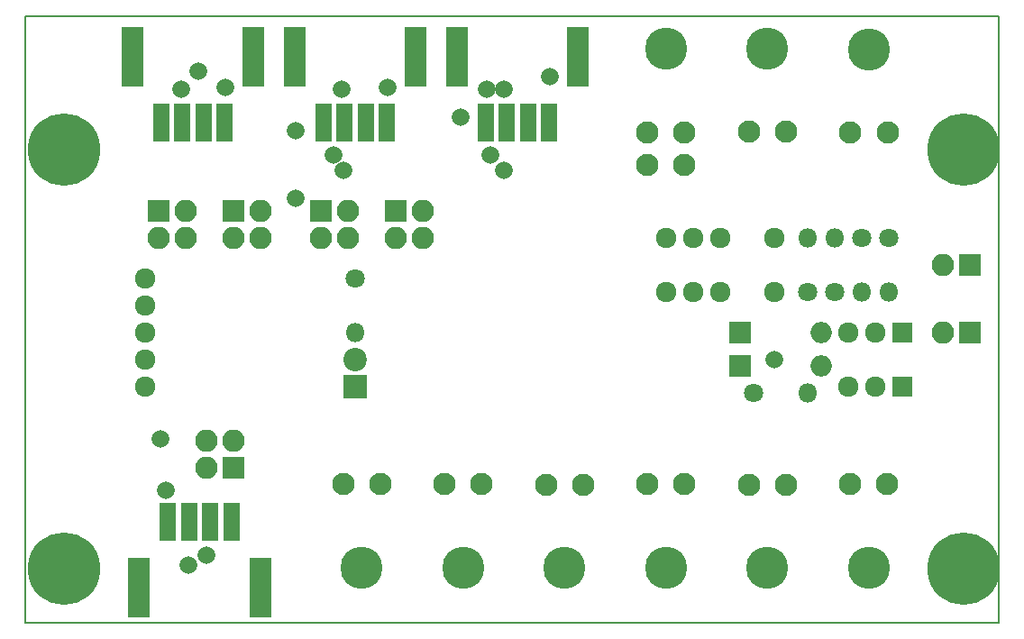
<source format=gbr>
G04 #@! TF.GenerationSoftware,KiCad,Pcbnew,(5.0.0-rc2-dev-670-ga3770bf6e)*
G04 #@! TF.CreationDate,2018-05-07T21:03:45-05:00*
G04 #@! TF.ProjectId,KarkPower,4B61726B506F7765722E6B696361645F,rev?*
G04 #@! TF.SameCoordinates,Original*
G04 #@! TF.FileFunction,Soldermask,Bot*
G04 #@! TF.FilePolarity,Negative*
%FSLAX46Y46*%
G04 Gerber Fmt 4.6, Leading zero omitted, Abs format (unit mm)*
G04 Created by KiCad (PCBNEW (5.0.0-rc2-dev-670-ga3770bf6e)) date Mon May  7 21:03:45 2018*
%MOMM*%
%LPD*%
G01*
G04 APERTURE LIST*
%ADD10C,0.150000*%
%ADD11R,1.606500X3.600400*%
%ADD12R,2.100022X5.699964*%
%ADD13C,2.100000*%
%ADD14C,3.956000*%
%ADD15C,1.924000*%
%ADD16R,2.200000X2.200000*%
%ADD17C,2.200000*%
%ADD18R,2.100000X2.100000*%
%ADD19O,2.100000X2.100000*%
%ADD20C,6.800000*%
%ADD21C,1.920000*%
%ADD22R,1.920000X1.920000*%
%ADD23C,1.800000*%
%ADD24O,1.800000X1.800000*%
%ADD25R,2.000000X2.000000*%
%ADD26O,2.000000X2.000000*%
%ADD27C,1.670000*%
G04 APERTURE END LIST*
D10*
X103632000Y-22987000D02*
X195072000Y-22987000D01*
X103632000Y-80010000D02*
X195072000Y-80010000D01*
X103632000Y-22987000D02*
X103632000Y-80010000D01*
X195072000Y-22987000D02*
X195072000Y-80010000D01*
D11*
X123014994Y-70485000D03*
X121014998Y-70485000D03*
X119015002Y-70485000D03*
X117015006Y-70485000D03*
D12*
X125715014Y-76654660D03*
X114314986Y-76654660D03*
D11*
X116380006Y-33020000D03*
X118380002Y-33020000D03*
X120379998Y-33020000D03*
X122379994Y-33020000D03*
D12*
X113679986Y-26850340D03*
X125080014Y-26850340D03*
D11*
X131620006Y-33020000D03*
X133620002Y-33020000D03*
X135619998Y-33020000D03*
X137619994Y-33020000D03*
D12*
X128919986Y-26850340D03*
X140320014Y-26850340D03*
D11*
X146860006Y-33020000D03*
X148860002Y-33020000D03*
X150859998Y-33020000D03*
X152859994Y-33020000D03*
D12*
X144159986Y-26850340D03*
X155560014Y-26850340D03*
D13*
X162070000Y-36965000D03*
X165570000Y-33965000D03*
X162070000Y-33965000D03*
X165570000Y-36965000D03*
D14*
X163830000Y-26035000D03*
D13*
X152555000Y-67030000D03*
X156055000Y-67030000D03*
D14*
X154295000Y-74860000D03*
D13*
X143020000Y-66960000D03*
X146520000Y-66960000D03*
D14*
X144760000Y-74790000D03*
D13*
X133495000Y-66960000D03*
X136995000Y-66960000D03*
D14*
X135235000Y-74790000D03*
D13*
X175095000Y-33865000D03*
X171595000Y-33865000D03*
D14*
X173355000Y-26035000D03*
D13*
X171605000Y-67030000D03*
X175105000Y-67030000D03*
D14*
X173345000Y-74860000D03*
D13*
X181120000Y-66960000D03*
X184620000Y-66960000D03*
D14*
X182860000Y-74790000D03*
D13*
X184630000Y-33935000D03*
X181130000Y-33935000D03*
D14*
X182890000Y-26105000D03*
D13*
X162070000Y-66960000D03*
X165570000Y-66960000D03*
D14*
X163810000Y-74790000D03*
D15*
X173990000Y-48895000D03*
X168910000Y-48895000D03*
X166370000Y-48895000D03*
X163830000Y-48895000D03*
X163830000Y-43815000D03*
X166370000Y-43815000D03*
X168910000Y-43815000D03*
X173990000Y-43815000D03*
D16*
X134620000Y-57785000D03*
D17*
X134620000Y-55245000D03*
D18*
X116205000Y-41275000D03*
D19*
X118745000Y-41275000D03*
X116205000Y-43815000D03*
X118745000Y-43815000D03*
D18*
X131445000Y-41275000D03*
D19*
X133985000Y-41275000D03*
X131445000Y-43815000D03*
X133985000Y-43815000D03*
D18*
X123190000Y-41275000D03*
D19*
X125730000Y-41275000D03*
X123190000Y-43815000D03*
X125730000Y-43815000D03*
D18*
X138430000Y-41275000D03*
D19*
X140970000Y-41275000D03*
X138430000Y-43815000D03*
X140970000Y-43815000D03*
D18*
X123190000Y-65405000D03*
D19*
X120650000Y-65405000D03*
X123190000Y-62865000D03*
X120650000Y-62865000D03*
D15*
X114935000Y-57785000D03*
X114935000Y-55245000D03*
X114935000Y-52705000D03*
X114935000Y-50165000D03*
X114935000Y-47625000D03*
D20*
X107315000Y-35560000D03*
X191770000Y-35560000D03*
X107315000Y-74930000D03*
X191770000Y-74930000D03*
D21*
X183515000Y-52705000D03*
X180975000Y-52705000D03*
D22*
X186055000Y-52705000D03*
D21*
X183515000Y-57785000D03*
X180975000Y-57785000D03*
D22*
X186055000Y-57785000D03*
D18*
X192405000Y-52705000D03*
D19*
X189865000Y-52705000D03*
D18*
X192405000Y-46355000D03*
D19*
X189865000Y-46355000D03*
D23*
X134620000Y-47625000D03*
D24*
X134620000Y-52705000D03*
D23*
X179705000Y-48895000D03*
D24*
X179705000Y-43815000D03*
D23*
X184785000Y-43815000D03*
D24*
X184785000Y-48895000D03*
D23*
X177165000Y-48895000D03*
D24*
X177165000Y-43815000D03*
D23*
X172085000Y-58420000D03*
D24*
X177165000Y-58420000D03*
D23*
X182245000Y-43815000D03*
D24*
X182245000Y-48895000D03*
D25*
X170815000Y-52705000D03*
D26*
X178435000Y-52705000D03*
X178435000Y-55880000D03*
D25*
X170815000Y-55880000D03*
D27*
X122428000Y-29718000D03*
X137668000Y-29718000D03*
X144526000Y-32512000D03*
X152908000Y-28702000D03*
X116332000Y-62738000D03*
X147002510Y-29844468D03*
X120650000Y-73660000D03*
X132588000Y-36068000D03*
X147319996Y-36068000D03*
X119888000Y-28194000D03*
X116840000Y-67564000D03*
X148590012Y-37465000D03*
X148590000Y-29845000D03*
X133350000Y-29845000D03*
X118968010Y-74600829D03*
X133549802Y-37504180D03*
X118300510Y-29828289D03*
X129032000Y-33782000D03*
X129032000Y-40132000D03*
X173990000Y-55245004D03*
M02*

</source>
